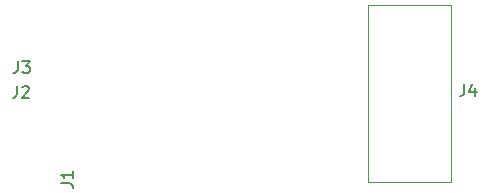
<source format=gbr>
%TF.GenerationSoftware,KiCad,Pcbnew,5.1.6-c6e7f7d~87~ubuntu20.04.1*%
%TF.CreationDate,2022-05-26T15:44:46+02:00*%
%TF.ProjectId,interface_down_left_side_arm,696e7465-7266-4616-9365-5f646f776e5f,rev?*%
%TF.SameCoordinates,PX5f5e038PY7086ec8*%
%TF.FileFunction,Legend,Top*%
%TF.FilePolarity,Positive*%
%FSLAX46Y46*%
G04 Gerber Fmt 4.6, Leading zero omitted, Abs format (unit mm)*
G04 Created by KiCad (PCBNEW 5.1.6-c6e7f7d~87~ubuntu20.04.1) date 2022-05-26 15:44:46*
%MOMM*%
%LPD*%
G01*
G04 APERTURE LIST*
%ADD10C,0.120000*%
%ADD11C,0.150000*%
G04 APERTURE END LIST*
D10*
%TO.C,J4*%
X33500200Y16493160D02*
X40500200Y16493160D01*
X33500200Y1493160D02*
X33500200Y16493160D01*
X40500200Y1493160D02*
X33500200Y1493160D01*
X40500200Y16493160D02*
X40500200Y1493160D01*
%TO.C,J2*%
D11*
X3745906Y9656060D02*
X3745906Y8941774D01*
X3698287Y8798917D01*
X3603049Y8703679D01*
X3460192Y8656060D01*
X3364954Y8656060D01*
X4174478Y9560821D02*
X4222097Y9608440D01*
X4317335Y9656060D01*
X4555430Y9656060D01*
X4650668Y9608440D01*
X4698287Y9560821D01*
X4745906Y9465583D01*
X4745906Y9370345D01*
X4698287Y9227488D01*
X4126859Y8656060D01*
X4745906Y8656060D01*
%TO.C,J3*%
X3822106Y11769340D02*
X3822106Y11055054D01*
X3774487Y10912197D01*
X3679249Y10816959D01*
X3536392Y10769340D01*
X3441154Y10769340D01*
X4203059Y11769340D02*
X4822106Y11769340D01*
X4488773Y11388387D01*
X4631630Y11388387D01*
X4726868Y11340768D01*
X4774487Y11293149D01*
X4822106Y11197911D01*
X4822106Y10959816D01*
X4774487Y10864578D01*
X4726868Y10816959D01*
X4631630Y10769340D01*
X4345916Y10769340D01*
X4250678Y10816959D01*
X4203059Y10864578D01*
%TO.C,J4*%
X41612226Y9818620D02*
X41612226Y9104334D01*
X41564607Y8961477D01*
X41469369Y8866239D01*
X41326512Y8818620D01*
X41231274Y8818620D01*
X42516988Y9485286D02*
X42516988Y8818620D01*
X42278893Y9866239D02*
X42040798Y9151953D01*
X42659845Y9151953D01*
%TO.C,J1*%
X7463540Y1444667D02*
X8177826Y1444667D01*
X8320683Y1397048D01*
X8415921Y1301810D01*
X8463540Y1158953D01*
X8463540Y1063715D01*
X8463540Y2444667D02*
X8463540Y1873239D01*
X8463540Y2158953D02*
X7463540Y2158953D01*
X7606398Y2063715D01*
X7701636Y1968477D01*
X7749255Y1873239D01*
%TD*%
M02*

</source>
